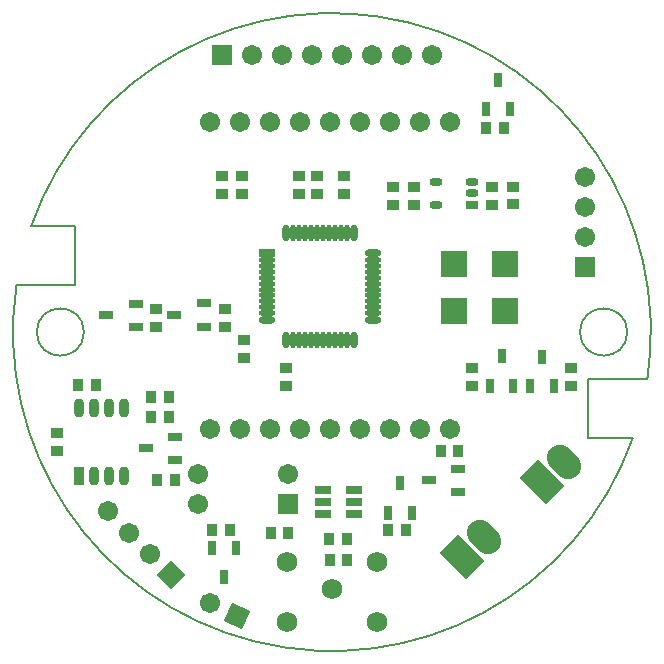
<source format=gts>
%FSLAX25Y25*%
%MOIN*%
G70*
G01*
G75*
G04 Layer_Color=8388736*
%ADD10R,0.03347X0.02756*%
%ADD11R,0.02362X0.03937*%
%ADD12O,0.04724X0.00984*%
%ADD13R,0.04724X0.01772*%
%ADD14O,0.04724X0.01772*%
%ADD15O,0.00984X0.04724*%
%ADD16O,0.01772X0.04724*%
%ADD17R,0.03937X0.02362*%
%ADD18R,0.02756X0.03347*%
%ADD19R,0.04724X0.01969*%
%ADD20O,0.03543X0.01969*%
%ADD21O,0.03543X0.01969*%
%ADD22R,0.03543X0.01969*%
%ADD23O,0.02500X0.05500*%
%ADD24R,0.02500X0.05500*%
%ADD25R,0.07874X0.07874*%
%ADD26C,0.01200*%
%ADD27C,0.06000*%
%ADD28C,0.01000*%
%ADD29C,0.02000*%
%ADD30C,0.00800*%
%ADD31C,0.01500*%
%ADD32C,0.03000*%
%ADD33C,0.05000*%
%ADD34C,0.00500*%
%ADD35C,0.05906*%
%ADD36P,0.08352X4X180.0*%
%ADD37R,0.05906X0.05906*%
G04:AMPARAMS|DCode=38|XSize=78.74mil|YSize=118.11mil|CornerRadius=0mil|HoleSize=0mil|Usage=FLASHONLY|Rotation=45.000|XOffset=0mil|YOffset=0mil|HoleType=Round|Shape=Rectangle|*
%AMROTATEDRECTD38*
4,1,4,0.01392,-0.06960,-0.06960,0.01392,-0.01392,0.06960,0.06960,-0.01392,0.01392,-0.06960,0.0*
%
%ADD38ROTATEDRECTD38*%

G04:AMPARAMS|DCode=39|XSize=78.74mil|YSize=118.11mil|CornerRadius=0mil|HoleSize=0mil|Usage=FLASHONLY|Rotation=45.000|XOffset=0mil|YOffset=0mil|HoleType=Round|Shape=Round|*
%AMOVALD39*
21,1,0.03937,0.07874,0.00000,0.00000,135.0*
1,1,0.07874,0.01392,-0.01392*
1,1,0.07874,-0.01392,0.01392*
%
%ADD39OVALD39*%

%ADD40C,0.06000*%
%ADD41P,0.08352X4X200.0*%
%ADD42R,0.05906X0.05906*%
%ADD43C,0.03000*%
%ADD44C,0.02000*%
%ADD45C,0.04000*%
%ADD46C,0.05000*%
%ADD47C,0.00787*%
%ADD48C,0.00984*%
%ADD49C,0.02362*%
%ADD50R,0.04147X0.03556*%
%ADD51R,0.03162X0.04737*%
%ADD52O,0.05524X0.01784*%
%ADD53R,0.05524X0.02572*%
%ADD54O,0.05524X0.02572*%
%ADD55O,0.01784X0.05524*%
%ADD56O,0.02572X0.05524*%
%ADD57R,0.04737X0.03162*%
%ADD58R,0.03556X0.04147*%
%ADD59R,0.05524X0.02769*%
%ADD60O,0.04343X0.02769*%
%ADD61O,0.04343X0.02769*%
%ADD62R,0.04343X0.02769*%
%ADD63O,0.03300X0.06300*%
%ADD64R,0.03300X0.06300*%
%ADD65R,0.08674X0.08674*%
%ADD66C,0.06706*%
%ADD67P,0.09483X4X180.0*%
%ADD68R,0.06706X0.06706*%
G04:AMPARAMS|DCode=69|XSize=86.74mil|YSize=126.11mil|CornerRadius=0mil|HoleSize=0mil|Usage=FLASHONLY|Rotation=45.000|XOffset=0mil|YOffset=0mil|HoleType=Round|Shape=Rectangle|*
%AMROTATEDRECTD69*
4,1,4,0.01392,-0.07525,-0.07525,0.01392,-0.01392,0.07525,0.07525,-0.01392,0.01392,-0.07525,0.0*
%
%ADD69ROTATEDRECTD69*%

G04:AMPARAMS|DCode=70|XSize=86.74mil|YSize=126.11mil|CornerRadius=0mil|HoleSize=0mil|Usage=FLASHONLY|Rotation=45.000|XOffset=0mil|YOffset=0mil|HoleType=Round|Shape=Round|*
%AMOVALD70*
21,1,0.03937,0.08674,0.00000,0.00000,135.0*
1,1,0.08674,0.01392,-0.01392*
1,1,0.08674,-0.01392,0.01392*
%
%ADD70OVALD70*%

%ADD71C,0.06800*%
%ADD72P,0.09483X4X200.0*%
%ADD73R,0.06706X0.06706*%
D34*
X105123Y-15766D02*
G03*
X-100244Y35364I-105123J15766D01*
G01*
X-105128Y15737D02*
G03*
X100221Y-35430I105128J-15737D01*
G01*
X-82677Y49D02*
G03*
X-82677Y0I-7874J-49D01*
G01*
X98425Y49D02*
G03*
X98425Y0I-7874J-49D01*
G01*
X-105128Y15748D02*
X-85515D01*
X-100199Y35348D02*
X-85515D01*
Y15748D02*
Y35348D01*
X85315Y-35348D02*
Y-15748D01*
Y-35433D02*
X100229D01*
X85315Y-15748D02*
X105000D01*
D50*
X-58732Y1729D02*
D03*
Y7635D02*
D03*
X-15200Y-12000D02*
D03*
Y-17906D02*
D03*
X79700Y-11994D02*
D03*
Y-17900D02*
D03*
X60300Y42600D02*
D03*
Y48505D02*
D03*
X53400Y48400D02*
D03*
Y42494D02*
D03*
X27300Y42500D02*
D03*
Y48406D02*
D03*
X20500Y48400D02*
D03*
Y42494D02*
D03*
X-30100Y51906D02*
D03*
Y46000D02*
D03*
X-36565Y46031D02*
D03*
Y51937D02*
D03*
X3853Y46000D02*
D03*
Y51906D02*
D03*
X-29300Y-2800D02*
D03*
Y-8705D02*
D03*
X-91600Y-39606D02*
D03*
Y-33700D02*
D03*
X-10935Y51906D02*
D03*
Y46000D02*
D03*
X-5035Y45994D02*
D03*
Y51900D02*
D03*
X-35531Y1729D02*
D03*
Y7635D02*
D03*
X46600Y-17906D02*
D03*
Y-12000D02*
D03*
D51*
X59374Y74300D02*
D03*
X55437Y84143D02*
D03*
X51500Y74300D02*
D03*
X26574Y-60200D02*
D03*
X22637Y-50358D02*
D03*
X18700Y-60200D02*
D03*
X-39974Y-71900D02*
D03*
X-36037Y-81743D02*
D03*
X-32100Y-71900D02*
D03*
X73874Y-18000D02*
D03*
X69937Y-8157D02*
D03*
X66000Y-18000D02*
D03*
X60474Y-17868D02*
D03*
X56537Y-8026D02*
D03*
X52600Y-17868D02*
D03*
D52*
X-21700Y10221D02*
D03*
X13733Y22031D02*
D03*
X13733Y12189D02*
D03*
Y18094D02*
D03*
Y20063D02*
D03*
Y16126D02*
D03*
Y6283D02*
D03*
X-21700Y20063D02*
D03*
Y14157D02*
D03*
X13733Y24000D02*
D03*
X-21700D02*
D03*
X13733Y8252D02*
D03*
Y10221D02*
D03*
Y14157D02*
D03*
X-21700Y22031D02*
D03*
Y16126D02*
D03*
Y6283D02*
D03*
Y12189D02*
D03*
Y18094D02*
D03*
Y8252D02*
D03*
D53*
Y26362D02*
D03*
D54*
X13733D02*
D03*
Y3921D02*
D03*
X-21700D02*
D03*
D55*
X4875Y-2575D02*
D03*
X-12842D02*
D03*
Y32858D02*
D03*
X-10873D02*
D03*
X-8905D02*
D03*
X-6936D02*
D03*
X-4968D02*
D03*
X-1031D02*
D03*
X938D02*
D03*
X2906D02*
D03*
X938Y-2575D02*
D03*
X-10873D02*
D03*
X4875Y32858D02*
D03*
X-2999D02*
D03*
X2906Y-2575D02*
D03*
X-4968D02*
D03*
X-2999D02*
D03*
X-6936D02*
D03*
X-1031D02*
D03*
X-8905D02*
D03*
D56*
X7237D02*
D03*
X-15204Y32858D02*
D03*
X7237D02*
D03*
X-15204Y-2575D02*
D03*
D57*
X-52300Y-34826D02*
D03*
X-62142Y-38763D02*
D03*
X-52300Y-42700D02*
D03*
X42100Y-45526D02*
D03*
X32258Y-49463D02*
D03*
X42100Y-53400D02*
D03*
X-42731Y9609D02*
D03*
X-52574Y5672D02*
D03*
X-42731Y1735D02*
D03*
X-65332Y9509D02*
D03*
X-75174Y5572D02*
D03*
X-65332Y1635D02*
D03*
D58*
X-58306Y-49200D02*
D03*
X-52400D02*
D03*
X-40005Y-66100D02*
D03*
X-34100D02*
D03*
X-20405Y-66900D02*
D03*
X-14500D02*
D03*
X24606Y-66100D02*
D03*
X18700D02*
D03*
X51494Y68100D02*
D03*
X57400D02*
D03*
X-54395Y-28300D02*
D03*
X-60300D02*
D03*
X-54395Y-21700D02*
D03*
X-60300D02*
D03*
X-84500Y-17800D02*
D03*
X-78594D02*
D03*
X36195Y-39700D02*
D03*
X42100D02*
D03*
X5105Y-76100D02*
D03*
X-800D02*
D03*
X-900Y-69000D02*
D03*
X5006D02*
D03*
D59*
X-3018Y-52763D02*
D03*
Y-56700D02*
D03*
Y-60637D02*
D03*
X7218D02*
D03*
Y-52763D02*
D03*
X7218Y-56700D02*
D03*
D60*
X46600Y49980D02*
D03*
Y46240D02*
D03*
X34789Y49980D02*
D03*
D61*
Y42500D02*
D03*
D62*
X46600D02*
D03*
D63*
X-79400Y-47900D02*
D03*
Y-25262D02*
D03*
X-69400Y-47900D02*
D03*
X-74400D02*
D03*
X-69400Y-25262D02*
D03*
X-84400D02*
D03*
X-74400D02*
D03*
D64*
X-84400Y-47900D02*
D03*
D65*
X40800Y22842D02*
D03*
Y7095D02*
D03*
X57600Y7000D02*
D03*
Y22748D02*
D03*
D66*
X-74713Y-59787D02*
D03*
X-67642Y-66858D02*
D03*
X-60571Y-73929D02*
D03*
X84500Y51800D02*
D03*
Y41800D02*
D03*
Y31800D02*
D03*
X39500Y70100D02*
D03*
X29500D02*
D03*
X19500D02*
D03*
X9500D02*
D03*
X-500D02*
D03*
X-10500D02*
D03*
X-20500D02*
D03*
X-30500D02*
D03*
X-40500D02*
D03*
Y-32262D02*
D03*
X-30500D02*
D03*
X-20500D02*
D03*
X-10500D02*
D03*
X-500D02*
D03*
X9500D02*
D03*
X19500D02*
D03*
X29500D02*
D03*
X39500D02*
D03*
X-40663Y-90374D02*
D03*
X-14500Y-47200D02*
D03*
X-44500Y-57200D02*
D03*
Y-47200D02*
D03*
X-26500Y92200D02*
D03*
X-16500D02*
D03*
X-6500D02*
D03*
X3500D02*
D03*
X13500D02*
D03*
X23500D02*
D03*
X33500D02*
D03*
D67*
X-53500Y-81000D02*
D03*
D68*
X84500Y21800D02*
D03*
D69*
X43200Y-75000D02*
D03*
X69900Y-50100D02*
D03*
D70*
X50550Y-68207D02*
D03*
X77249Y-43307D02*
D03*
D71*
X14900Y-96700D02*
D03*
Y-76700D02*
D03*
X-15100Y-96700D02*
D03*
Y-76700D02*
D03*
X-100Y-85800D02*
D03*
D72*
X-31600Y-94600D02*
D03*
D73*
X-14500Y-57200D02*
D03*
X-36500Y92200D02*
D03*
M02*

</source>
